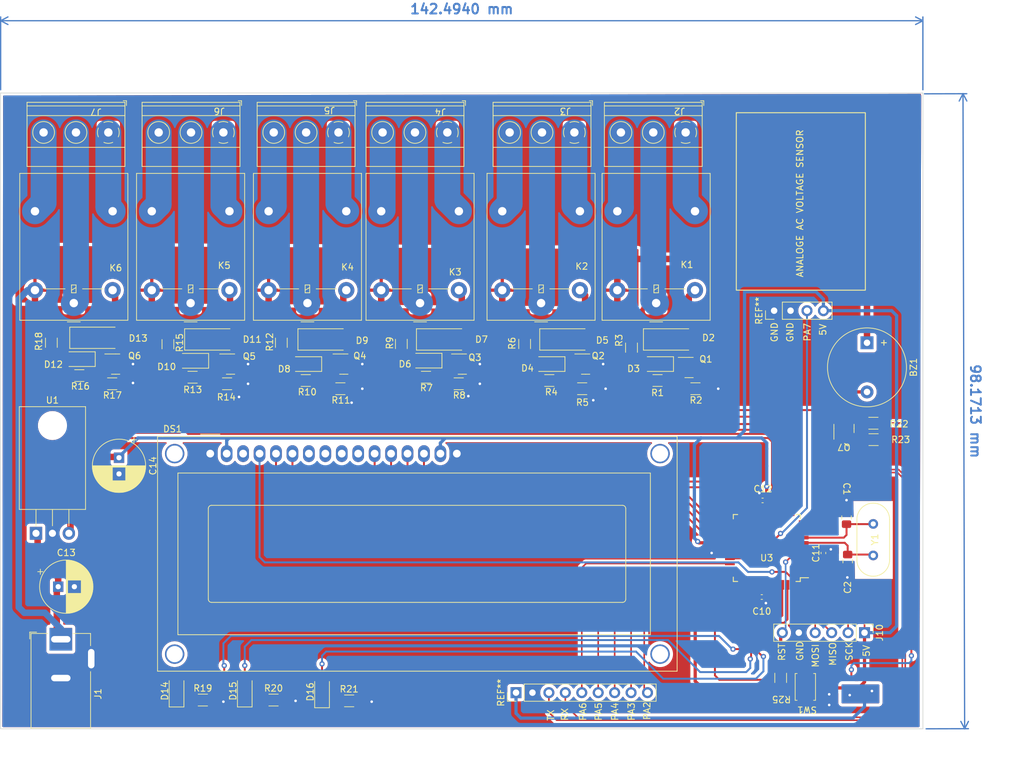
<source format=kicad_pcb>
(kicad_pcb (version 20221018) (generator pcbnew)
  (layers (0 "F.Cu" signal) (31 "B.Cu" signal) (34 "B.Paste" user) (35 "F.Paste" user) (36 "B.SilkS" user "B.Silkscreen") (37 "F.SilkS" user "F.Silkscreen") (38 "B.Mask" user) (39 "F.Mask" user) (44 "Edge.Cuts" user))
  (net 0 "")
  (net 1 "GND")
  (net 2 "/XTAL1")
  (net 3 "/XTAL2")
  (net 4 "+12V")
  (net 5 "+5V")
  (net 6 "Net-(D3-A)")
  (net 7 "Net-(D4-A)")
  (net 8 "Net-(D6-A)")
  (net 9 "Net-(D8-A)")
  (net 10 "Net-(D10-A)")
  (net 11 "Net-(D12-A)")
  (net 12 "Net-(J2-Pin_1)")
  (net 13 "Net-(J2-Pin_2)")
  (net 14 "Net-(J2-Pin_3)")
  (net 15 "Net-(J3-Pin_1)")
  (net 16 "Net-(J3-Pin_2)")
  (net 17 "Net-(J3-Pin_3)")
  (net 18 "Net-(J4-Pin_1)")
  (net 19 "Net-(J4-Pin_2)")
  (net 20 "Net-(J4-Pin_3)")
  (net 21 "Net-(J5-Pin_1)")
  (net 22 "Net-(J5-Pin_2)")
  (net 23 "Net-(J5-Pin_3)")
  (net 24 "Net-(J6-Pin_1)")
  (net 25 "Net-(J6-Pin_2)")
  (net 26 "Net-(J6-Pin_3)")
  (net 27 "Net-(J7-Pin_1)")
  (net 28 "Net-(J7-Pin_2)")
  (net 29 "Net-(J7-Pin_3)")
  (net 30 "/RST")
  (net 31 "/Enable")
  (net 32 "/D7")
  (net 33 "Net-(Q1-B)")
  (net 34 "Net-(Q2-B)")
  (net 35 "Net-(Q3-B)")
  (net 36 "Net-(Q4-B)")
  (net 37 "Net-(Q5-B)")
  (net 38 "Net-(Q6-B)")
  (net 39 "RELAY1")
  (net 40 "RELAY2")
  (net 41 "RELAY3")
  (net 42 "RELAY4")
  (net 43 "RELAY5")
  (net 44 "RELAY6")
  (net 46 "/LED1")
  (net 47 "/LED2")
  (net 48 "/RXD0")
  (net 49 "/TXD0")
  (net 50 "/relay_sheet/relay1")
  (net 51 "/relay_sheet/relay2")
  (net 52 "/relay_sheet/relay3")
  (net 53 "/relay_sheet/relay4")
  (net 54 "/relay_sheet/relay5")
  (net 55 "/relay_sheet/relay6")
  (net 56 "/R{slash}W")
  (net 61 "/LED3")
  (net 62 "/MOSI{slash}D5")
  (net 63 "/MISO{slash}D4")
  (net 64 "/SCK{slash}RS")
  (net 65 "Net-(D14-K)")
  (net 66 "Net-(D15-K)")
  (net 67 "Net-(D16-K)")
  (net 70 "unconnected-(U3-PA6-Pad31)")
  (net 71 "unconnected-(U3-PA5-Pad32)")
  (net 72 "unconnected-(U3-PA4-Pad33)")
  (net 73 "unconnected-(U3-PA3-Pad34)")
  (net 74 "unconnected-(U3-PA2-Pad35)")
  (net 77 "/RS")
  (net 78 "/D4")
  (net 79 "/D5")
  (net 80 "/D6")
  (net 81 "unconnected-(U3-PA7-Pad30)")
  (net 82 "Net-(BZ1-+)")
  (net 83 "Net-(Q7-B)")
  (net 84 "/PB0")
  (footprint "Display:WC1602A" (layer "F.Cu") (at 135.763 86.233)
    (fp_text reference "DS1")
    (fp_text value "WC1602A")
  )
  (footprint "Resistor_SMD:R_1206_3216Metric_Pad1.30x1.75mm_HandSolder" (layer "F.Cu") (at 134.62 124.333)
    (fp_text reference "R19")
    (fp_text value "1K")
  )
  (footprint "Button_Switch_SMD:SW_Push_SPST_NO_Alps_SKRK" (layer "F.Cu") (at 227.711 122.301 90)
    (fp_text reference "SW1")
    (fp_text value "SW_Push")
  )
  (footprint "Resistor_SMD:R_1206_3216Metric_Pad1.30x1.75mm_HandSolder" (layer "F.Cu") (at 138.366 75.438)
    (fp_text reference "R14")
    (fp_text value "10K")
  )
  (footprint "Connector_BarrelJack:BarrelJack_Horizontal" (layer "F.Cu") (at 112.675 114.935 90)
    (fp_text reference "J1")
    (fp_text value "Barrel_Jack_Switch")
  )
  (footprint "TerminalBlock_Phoenix:TerminalBlock_Phoenix_MKDS-1,5-3_1x03_P5.00mm_Horizontal" (layer "F.Cu") (at 155.575 36.576 180)
    (fp_text reference "J5")
    (fp_text value "relay_out")
  )
  (footprint "Connector_PinHeader_2.54mm:PinHeader_1x06_P2.54mm_Vertical" (layer "F.Cu") (at 236.855 113.919 -90)
    (fp_text reference "J10")
    (fp_text value "Programming header ")
  )
  (footprint "Resistor_SMD:R_1206_3216Metric_Pad1.30x1.75mm_HandSolder" (layer "F.Cu") (at 157.226 124.46)
    (fp_text reference "R21")
    (fp_text value "1K")
  )
  (footprint "Diode_SMD:D_SMA_Handsoldering" (layer "F.Cu") (at 153.82 68.58)
    (fp_text reference "D9")
    (fp_text value "1N4004")
  )
  (footprint "Diode_SMD:D_SMA_Handsoldering" (layer "F.Cu") (at 136.316 68.58)
    (fp_text reference "D11")
    (fp_text value "1N4004")
  )
  (footprint "Package_TO_SOT_THT:TO-220-3_Horizontal_TabDown" (layer "F.Cu") (at 108.839 98.552)
    (fp_text reference "U1")
    (fp_text value "L7805")
  )
  (footprint "Resistor_SMD:R_1206_3216Metric_Pad1.30x1.75mm_HandSolder" (layer "F.Cu") (at 146.748 69.088 -90)
    (fp_text reference "R12")
    (fp_text value "1k")
  )
  (footprint "Resistor_SMD:R_1206_3216Metric_Pad1.30x1.75mm_HandSolder" (layer "F.Cu") (at 155.87 76.2)
    (fp_text reference "R11")
    (fp_text value "10K")
  )
  (footprint "Resistor_SMD:R_1206_3216Metric_Pad1.30x1.75mm_HandSolder" (layer "F.Cu") (at 120.612 75.438)
    (fp_text reference "R17")
    (fp_text value "10K")
  )
  (footprint "Resistor_SMD:R_1206_3216Metric_Pad1.30x1.75mm_HandSolder" (layer "F.Cu") (at 145.542 124.333)
    (fp_text reference "R20")
    (fp_text value "1K")
  )
  (footprint "LED_SMD:LED_1206_3216Metric_Pad1.42x1.75mm_HandSolder" (layer "F.Cu") (at 115.532 71.628 180)
    (fp_text reference "D12")
    (fp_text value "LED")
  )
  (footprint "Resistor_SMD:R_1206_3216Metric_Pad1.30x1.75mm_HandSolder" (layer "F.Cu") (at 210.73 76.2)
    (fp_text reference "R2")
    (fp_text value "10K")
  )
  (footprint "Diode_SMD:D_SMA_Handsoldering" (layer "F.Cu") (at 172.13 68.58)
    (fp_text reference "D7")
    (fp_text value "1N4004")
  )
  (footprint "Capacitor_SMD:C_0402_1005Metric_Pad0.74x0.62mm_HandSolder" (layer "F.Cu") (at 230.505 101.6 90)
    (fp_text reference "C11")
    (fp_text value "100nf")
  )
  (footprint "Resistor_SMD:R_1206_3216Metric_Pad1.30x1.75mm_HandSolder" (layer "F.Cu") (at 129.222 69.316 -90)
    (fp_text reference "R15")
    (fp_text value "1k")
  )
  (footprint "Package_TO_SOT_SMD:SOT-23" (layer "F.Cu") (at 233.68 82.3445 90)
    (fp_text reference "Q7")
    (fp_text value "NPN")
  )
  (footprint "Relay_THT:Relay_SPDT_Omron-G5LE-1" (layer "F.Cu") (at 186.88 62.96 180)
    (fp_text reference "K2")
    (fp_text value "G5LE-1")
  )
  (footprint "Resistor_SMD:R_1206_3216Metric_Pad1.30x1.75mm_HandSolder" (layer "F.Cu") (at 200.85 69.85 -90)
    (fp_text reference "R3")
    (fp_text value "1k")
  )
  (footprint "Capacitor_THT:CP_Radial_D8.0mm_P2.50mm" (layer "F.Cu") (at 121.666 86.868 -90)
    (fp_text reference "C14")
    (fp_text value "0.1uf ")
  )
  (footprint "Capacitor_SMD:C_0402_1005Metric_Pad0.74x0.62mm_HandSolder" (layer "F.Cu") (at 220.98 108.4072)
    (fp_text reference "C10")
    (fp_text value "100nf")
  )
  (footprint "Relay_THT:Relay_SPDT_Omron-G5LE-1" (layer "F.Cu") (at 114.68 62.96 180)
    (fp_text reference "K6")
    (fp_text value "G5LE-1")
  )
  (footprint "Diode_SMD:D_SMA_Handsoldering" (layer "F.Cu") (at 207.2 68.58)
    (fp_text reference "D2")
    (fp_text value "1N4004")
  )
  (footprint "LED_SMD:LED_1206_3216Metric_Pad1.42x1.75mm_HandSolder" (layer "F.Cu") (at 133.058 71.882 180)
    (fp_text reference "D10")
    (fp_text value "LED")
  )
  (footprint "LED_SMD:LED_1206_3216Metric_Pad1.42x1.75mm_HandSolder" (layer "F.Cu") (at 153.035 123.063 90)
    (fp_text reference "D16")
    (fp_text value "LED")
  )
  (footprint "Resistor_SMD:R_1206_3216Metric_Pad1.30x1.75mm_HandSolder" (layer "F.Cu") (at 133.032 74.422)
    (fp_text reference "R13")
    (fp_text value "1K")
  )
  (footprint "Capacitor_SMD:C_0805_2012Metric_Pad1.18x1.45mm_HandSolder" (layer "F.Cu") (at 234.25 102.875 90)
    (fp_text reference "C2")
    (fp_text value "22pf+-1%")
  )
  (footprint "Relay_THT:Relay_SPDT_Omron-G5LE-1" (layer "F.Cu") (at 150.78 62.96 180)
    (fp_text reference "K4")
    (fp_text value "G5LE-1")
  )
  (footprint "TerminalBlock_Phoenix:TerminalBlock_Phoenix_MKDS-1,5-3_1x03_P5.00mm_Horizontal" (layer "F.Cu") (at 172.395 36.576 180)
    (fp_text reference "J4")
    (fp_text value "relay_out")
  )
  (footprint "Connector_PinHeader_2.54mm:PinHeader_1x09_P2.54mm_Vertical" (layer "F.Cu") (at 183.007 123.19 90)
    (fp_text reference "REF**")
    (fp_text value "PinHeader_1x09_P2.54mm_Vertical")
  )
  (footprint "Resistor_SMD:R_1206_3216Metric_Pad1.30x1.75mm_HandSolder" (layer "F.Cu") (at 174.154 75.438)
    (fp_text reference "R8")
    (fp_text value "10K")
  )
  (footprint "TerminalBlock_Phoenix:TerminalBlock_Phoenix_MKDS-1,5-3_1x03_P5.00mm_Horizontal" (layer "F.Cu") (at 120.015 36.576 180)
    (fp_text reference "J7")
    (fp_text value "relay_out")
  )
  (footprint "Resistor_SMD:R_1206_3216Metric_Pad1.30x1.75mm_HandSolder" (layer "F.Cu") (at 238.226 81.534 180)
    (fp_text reference "R22")
    (fp_text value "1K")
  )
  (footprint "Diode_SMD:D_SMA_Handsoldering" (layer "F.Cu") (at 191.18 68.58)
    (fp_text reference "D5")
    (fp_text value "1N4004")
  )
  (footprint "Relay_THT:Relay_SPDT_Omron-G5LE-1" (layer "F.Cu") (at 132.73 62.96 180)
    (fp_text reference "K5")
    (fp_text value "G5LE-1")
  )
  (footprint "Package_QFP:TQFP-44_10x10mm_P0.8mm" (layer "F.Cu") (at 221.755 100.823 180)
    (fp_text reference "U3")
    (fp_text value "ATmega32A-A")
  )
  (footprint "Resistor_SMD:R_1206_3216Metric_Pad1.30x1.75mm_HandSolder" (layer "F.Cu") (at 238.252 84.074 180)
    (fp_text reference "R23")
    (fp_text value "10K")
  )
  (footprint "LED_SMD:LED_1206_3216Metric_Pad1.42x1.75mm_HandSolder" (layer "F.Cu") (at 169.1 71.86 180)
    (fp_text reference "D6")
    (fp_text value "LED")
  )
  (footprint "TerminalBlock_Phoenix:TerminalBlock_Phoenix_MKDS-1,5-3_1x03_P5.00mm_Horizontal" (layer "F.Cu") (at 192.024 36.576 180)
    (fp_text reference "J3")
    (fp_text value "relay_out")
  )
  (footprint "Capacitor_SMD:C_0805_2012Metric_Pad1.18x1.45mm_HandSolder" (layer "F.Cu") (at 234.075 96.1 -90)
    (fp_text reference "C1")
    (fp_text value "22pf+-1%")
  )
  (footprint "Crystal:Crystal_HC49-U_Vertical" (layer "F.Cu") (at 238.2 97.1 -90)
    (fp_text reference "Y1")
    (fp_text value " 16MHZ ")
  )
  (footprint "Resistor_SMD:R_1206_3216Metric_Pad1.30x1.75mm_HandSolder" (layer "F.Cu") (at 223.901 120.904 -90)
    (fp_text reference "R25")
    (fp_text value "10k")
  )
  (footprint "LED_SMD:LED_1206_3216Metric_Pad1.42x1.75mm_HandSolder" (layer "F.Cu") (at 188.105 72.39 180)
    (fp_text reference "D4")
    (fp_text value "LED")
  )
  (footprint "TerminalBlock_Phoenix:TerminalBlock_Phoenix_MKDS-1,5-3_1x03_P5.00mm_Horizontal" (layer "F.Cu") (at 137.795 36.576 180)
    (fp_text reference "J6")
    (fp_text value "relay_out")
  )
  (footprint "Resistor_SMD:R_1206_3216Metric_Pad1.30x1.75mm_HandSolder" (layer "F.Cu") (at 188.15 74.93)
    (fp_text reference "R4")
    (fp_text value "1K")
  )
  (footprint "Relay_THT:Relay_SPDT_Omron-G5LE-1" (layer "F.Cu") (at 204.66 62.96 180)
    (fp_text reference "K1")
    (fp_text value "G5LE-1")
  )
  (footprint "Package_TO_SOT_SMD:SOT-23" (layer "F.Cu") (at 209.74 72.92)
    (fp_text reference "Q1")
    (fp_text value "NPN")
  )
  (footprint "Capacitor_THT:CP_Radial_D8.0mm_P2.50mm" (layer "F.Cu") (at 112.268 106.807)
    (fp_text reference "C13")
    (fp_text value "220uf")
  )
  (footprint "LED_SMD:LED_1206_3216Metric_Pad1.42x1.75mm_HandSolder" (layer "F.Cu") (at 130.556 122.936 90)
    (fp_text reference "D14")
    (fp_text value "LED")
  )
  (footprint "Resistor_SMD:R_1206_3216Metric_Pad1.30x1.75mm_HandSolder" (layer "F.Cu") (at 150.5215 74.93)
    (fp_text reference "R10")
    (fp_text value "1K")
  )
  (footprint "Resistor_SMD:R_1206_3216Metric_Pad1.30x1.75mm_HandSolder" (layer "F.Cu") (at 169.1 74.422)
    (fp_text reference "R7")
    (fp_text value "1K")
  )
  (footprint "Connector_PinHeader_2.54mm:PinHeader_1x04_P2.54mm_Vertical" (layer "F.Cu") (at 222.885 64.135 90)
    (fp_text reference "REF**")
    (fp_text value "PinHeader_1x04_P2.54mm_Vertical")
  )
  (footprint "Diode_SMD:D_SMA_Handsoldering" (layer "F.Cu") (at 118.562 68.326)
    (fp_text reference "D13")
    (fp_text value "1N4004")
  )
  (footprint "LED_SMD:LED_1206_3216Metric_Pad1.42x1.75mm_HandSolder" (layer "F.Cu") (at 141.097 122.936 90)
    (fp_text reference "D15")
    (fp_text value "LED")
  )
  (footprint "Package_TO_SOT_SMD:SOT-23" (layer "F.Cu") (at 138.896 72.39)
    (fp_text reference "Q5")
    (fp_text value "NPN")
  )
  (footprint "Capacitor_SMD:C_0402_1005Metric_Pad0.74x0.62mm_HandSolder" (layer "F.Cu") (at 221.107 93.472 180)
    (fp_text reference "C12")
    (fp_text value "100nf")
  )
  (footprint "Resistor_SMD:R_1206_3216Metric_Pad1.30x1.75mm_HandSolder" (layer "F.Cu") (at 184.34 69.28 -90)
    (fp_text reference "R6")
    (fp_text value "1k")
  )
  (footprint "Resistor_SMD:R_1206_3216Metric_Pad1.30x1.75mm_HandSolder" (layer "F.Cu") (at 115.532 74.168)
    (fp_text reference "R16")
    (fp_text value "1K")
  )
  (footprint "Buzzer_Beeper:Buzzer_12x9.5RM7.6" (layer "F.Cu") (at 237.236 69.098 -90)
    (fp_text reference "BZ1")
    (fp_text value "Buzzer")
  )
  (footprint "Package_TO_SOT_SMD:SOT-23" (layer "F.Cu") (at 121.142 72.39)
    (fp_text reference "Q6")
    (fp_text value "NPN")
  )
  (footprint "Package_TO_SOT_SMD:SOT-23" (layer "F.Cu") (at 193.76 72.39)
    (fp_text reference "Q2")
    (fp_text value "NPN")
  )
  (footprint "LED_SMD:LED_1206_3216Metric_Pad1.42x1.75mm_HandSolder" (layer "F.Cu") (at 204.8775 72.39 180)
    (fp_text reference "D3")
    (fp_text value "LED")
  )
  (footprint "Package_TO_SOT_SMD:SOT-23" (layer "F.Cu") (at 174.71 72.39)
    (fp_text reference "Q3")
    (fp_text value "NPN")
  )
  (footprint "LED_SMD:LED_1206_3216Metric_Pad1.42x1.75mm_HandSolder" (layer "F.Cu") (at 150.5215 72.39 180)
    (fp_text reference "D8")
    (fp_text value "LED")
  )
  (footprint "Resistor_SMD:R_1206_3216Metric_Pad1.30x1.75mm_HandSolder" (layer "F.Cu") (at 204.8775 74.93)
    (fp_text reference "R1")
    (fp_text value "1K")
  )
  (footprint "Resistor_SMD:R_1206_3216Metric_Pad1.30x1.75mm_HandSolder" (layer "F.Cu") (at 111.214 69.088 -90)
    (fp_text reference "R18")
    (fp_text value "1k")
  )
  (footprint "Resistor_SMD:R_1206_3216Metric_Pad1.30x1.75mm_HandSolder" (layer "F.Cu") (at 193.23 76.2)
    (fp_text reference "R5")
    (fp_text value "10K")
  )
  (footprint "TerminalBlock_Phoenix:TerminalBlock_Phoenix_MKDS-1,5-3_1x03_P5.00mm_Horizontal" (layer "F.Cu") (at 209.216 36.576 180)
    (fp_text reference "J2")
    (fp_text value "relay_out")
  )
  (footprint "Relay_THT:Relay_SPDT_Omron-G5LE-1" (layer "F.Cu") (at 168.18 62.96 180)
    (fp_text reference "K3")
    (fp_text value "G5LE-1")
  )
  (footprint "Package_TO_SOT_SMD:SOT-23" (layer "F.Cu") (at 156.4 72.39)
    (fp_text reference "Q4")
    (fp_text value "NPN")
  )
  (footprint "Resistor_SMD:R_1206_3216Metric_Pad1.30x1.75mm_HandSolder" (layer "F.Cu") (at 165.29 69.28 -90)
    (fp_text reference "R9")
    (fp_text value "1k")
  )
  (gr_rect (start 217.043 33.528) (end 236.982 60.96) (stroke (width 0.15)) (fill none) (layer "F.SilkS"))
  (gr_line (start 245.872 128.778) (end 245.364 128.778) (stroke (width 0.1)) (layer "Edge.Cuts"))
  (gr_line (start 103.378 30.48) (end 245.872 30.48) (stroke (width 0.1)) (layer "Edge.Cuts"))
  (gr_line (start 245.364 128.778) (end 103.378 128.778) (stroke (width 0.1)) (layer "Edge.Cuts"))
  (gr_line (start 103.378 128.778) (end 103.378 30.48) (stroke (width 0.1)) (layer "Edge.Cuts"))
  (gr_line (start 245.872 30.48) (end 245.872 128.778) (stroke (width 0.1)) (layer "Edge.Cuts"))
  (gr_text "PA6" (at 193.929 127.635 90) (layer "F.SilkS") (effects (font (size 1 1)) (justify left bottom)))
  (gr_text "PA5" (at 196.342 127.635 90) (layer "F.SilkS") (effects (font (size 1 1)) (justify left bottom)))
  (gr_text "PA4" (at 198.882 127.635 90) (layer "F.SilkS") (effects (font (size 1 1)) (justify left bottom)))
  (gr_text "RX" (at 191.135 127.635 90) (layer "F.SilkS") (effects (font (size 1 1)) (justify left bottom)))
  (gr_text "GND" (at 223.52 69.088 90) (layer "F.SilkS") (effects (font (size 1 1)) (justify left bottom)))
  (gr_text "SCK" (at 235.077 118.364 90) (layer "F.SilkS") (effects (font (size 1 1)) (justify left bottom)))
  (gr_text "ANALOGE AC VOLTAGE SENSOR " (at 227.457 59.055 90) (layer "F.SilkS") (effects (font (size 1 1)) (justify left bottom)))
  (gr_text "PA3" (at 201.422 127.635 90) (layer "F.SilkS") (effects (font (size 1 1)) (justify left bottom)))
  (gr_text "RST" (at 224.663 118.364 90) (layer "F.SilkS") (effects (font (size 1 1)) (justify left bottom)))
  (gr_text "5V" (at 231.013 68.072 90) (layer "F.SilkS") (effects (font (size 1 1)) (justify left bottom)))
  (gr_text "TX" (at 188.976 127.635 90) (layer "F.SilkS") (effects (font (size 1 1)) (justify left bottom)))
  (gr_text "GND" (at 227.457 118.364 90) (layer "F.SilkS") (effects (font (size 1 1)) (justify left bottom)))
  (gr_text "GND" (at 225.933 69.088 90) (layer "F.SilkS") (effects (font (size 1 1)) (justify left bottom)))
  (gr_text "5V" (at 237.744 117.729 90) (layer "F.SilkS") (effects (font (size 1 1)) (justify left bottom)))
  (gr_text "MOSI" (at 229.87 119.38 90) (layer "F.SilkS") (effects (font (size 1 1)) (justify left bottom)))
  (gr_text "MISO" (at 232.537 119.126 90) (layer "F.SilkS") (effects (font (size 1 1)) (justify left bottom)))
  (gr_text "PA2" (at 203.835 127.508 90) (layer "F.SilkS") (effects (font (size 1 1)) (justify left bottom)))
  (gr_text "PA7" (at 228.6 68.961 90) (layer "F.SilkS") (effects (font (size 1 1)) (justify left bottom)))
  (dimension (type aligned) (layer "B.Cu") (pts (xy 245.618 30.607) (xy 245.872 128.778)) (height -6.451374) (gr_text "98.1713 mm" (at 253.996346 79.671151 270.1482423) (layer "B.Cu") (effects (font (size 1.5 1.5) (thickness 0.3)))) (format (prefix "") (suffix "") (units 3) (units_format 1) (precision 4)) (style (thickness 0.2) (arrow_length 1.27) (text_position_mode 0) (extension_height 0.58642) (extension_offset 0.5) keep_text_aligned))
  (dimension (type aligned) (layer "B.Cu") (pts (xy 245.872 30.48) (xy 103.378 30.48)) (height 11.176) (gr_text "142.4940 mm" (at 174.625 17.504) (layer "B.Cu") (effects (font (size 1.5 1.5) (thickness 0.3)))) (format (prefix "") (suffix "") (units 3) (units_format 1) (precision 4)) (style (thickness 0.2) (arrow_length 1.27) (text_position_mode 0) (extension_height 0.58642) (extension_offset 0.5) keep_text_aligned))
  (segment (start 157.42 72.4725) (end 157.3375 72.39) (width 1) (layer "F.Cu") (net 1))
  (segment (start 122.162 75.438) (end 122.162 72.4725) (width 1) (layer "F.Cu") (net 1))
  (segment (start 213.233 101.6) (end 214.01 100.823) (width 0.25) (layer "F.Cu") (net 1))
  (segment (start 157.607 76.387) (end 157.42 76.2) (width 1) (layer "F.Cu") (net 1))
  (segment (start 221.755 106.523) (end 221.755 108.1997) (width 0.25) (layer "F.Cu") (net 1))
  (segment (start 220.599 93.4125) (end 220.5395 93.472) (width 0.5) (layer "F.Cu") (net 1))
  (segment (start 140.208 77.47) (end 140.208 75.73) (width 1) (layer "F.Cu") (net 1))
  (segment (start 234.2 105.479) (end 234.2 104.125) (width 1) (layer "F.Cu") (net 1))
  (segment (start 122.0795 72.39) (end 123.825 72.39) (width 1) (layer "F.Cu") (net 1))
  (segment (start 123.698 75.438) (end 123.825 75.311) (width 1) (layer "F.Cu") (net 1))
  (segment (start 175.6475 72.39) (end 175.6475 75.3815) (width 1) (layer "F.Cu") (net 1))
  (segment (start 221.5475 109.2795) (end 221.5475 108.4072) (width 0.5) (layer "F.Cu") (net 1))
  (segment (start 122.162 72.4725) (end 122.0795 72.39) (width 1) (layer "F.Cu") (net 1))
  (segment (start 194.78 76.2) (end 194.78 77.813) (width 1) (layer "F.Cu") (net 1))
  (segment (start 221.755 108.1997) (end 221.5475 108.4072) (width 0.25) (layer "F.Cu") (net 1))
  (segment (start 234.05 94.825) (end 234.05 93.4495) (width 1) (layer "F.Cu") (net 1))
  (segment (start 139.8335 72.39) (end 141.605 72.39) (width 1) (layer "F.Cu") (net 1))
  (segment (start 175.641 77.343) (end 175.641 75.501) (width 1) (layer "F.Cu") (net 1))
  (segment (start 220.853 93.472) (end 220.5395 93.472) (width 0.25) (layer "F.Cu") (net 1))
  (segment (start 194.6975 72.39) (end 196.469 72.39) (width 1) (layer "F.Cu") (net 1))
  (segment (start 122.162 75.438) (end 123.698 75.438) (width 1) (layer "F.Cu") (net 1))
  (segment (start 227.455 100.823) (end 230.2955 100.823) (width 0.25) (layer "F.Cu") (net 1))
  (segment (start 220.955 93.574) (end 220.853 93.472) (width 0.25) (layer "F.Cu") (net 1))
  (segment (start 141.605 75.438) (end 139.916 75.438) (width 1) (layer "F.Cu") (net 1))
  (segment (start 175.6475 75.3815) (end 175.704 75.438) (width 1) (layer "F.Cu") (net 1))
  (segment (start 157.607 78.359) (end 157.607 76.387) (width 1) (layer "F.Cu") (net 1))
  (segment (start 140.208 75.73) (end 139.916 75.438) (width 1) (layer "F.Cu") (net 1))
  (segment (start 230.2955 100.823) (end 230.505 101.0325) (width 0.25) (layer "F.Cu") (net 1))
  (segment (start 220.599 92.329) (end 220.599 93.4125) (width 0.5) (layer "F.Cu") (net 1))
  (segment (start 175.704 75.438) (end 177.419 75.438) (width 1) (layer "F.Cu") (net 1))
  (segment (start 175.6475 72.39) (end 177.419 72.39) (width 1) (layer "F.Cu") (net 1))
  (segment (start 175.641 75.501) (end 175.704 75.438) (width 1) (layer "F.Cu") (net 1))
  (segment (start 230.7 124.401) (end 231.394 125.095) (width 1) (layer "F.Cu") (net 1))
  (segment (start 227.711 124.401) (end 230.7 124.401) (width 1) (layer "F.Cu") (net 1))
  (segment (start 147.193 124.46) (end 148.945 124.46) (width 1) (layer "F.Cu") (net 1))
  (segment (start 157.3375 72.39) (end 159.258 72.39) (width 1) (layer "F.Cu") (net 1))
  (segment (start 220.955 95.123) (end 220.955 93.574) (width 0.25) (layer "F.Cu") (net 1))
  (segment (start 211.858 72.92) (end 210.6775 72.92) (width 1) (layer "F.Cu") (net 1))
  (segment (start 194.78 72.4725) (end 194.6975 72.39) (width 1) (layer "F.Cu") (net 1))
  (segment (start 231.394 123.707) (end 230.7 124.401) (width 1) (layer "F.Cu") (net 1))
  (segment (start 221.615 109.347) (end 221.5475 109.2795) (width 0.5) (layer "F.Cu") (net 1))
  (segment (start 139.916 72.4725) (end 139.8335 72.39) (width 1) (layer "F.Cu") (net 1))
  (segment (start 194.78 77.813) (end 194.945 77.978) (width 1) (layer "F.Cu") (net 1))
  (segment (start 234.05 93.4495) (end 234.0715 93.428) (width 1) (layer "F.Cu") (net 1))
  (segment (start 194.78 76.2) (end 196.85 76.2) (width 1) (layer "F.Cu") (net 1))
  (segment (start 231.394 123.444) (end 231.394 123.707) (width 1) (layer "F.Cu") (net 1))
  (segment (start 212.28 76.2) (end 214.249 76.2) (width 1) (layer "F.Cu") (net 1))
  (segment (start 136.17 124.333) (end 136.424 124.587) (width 1) (layer "F.Cu") (net 1))
  (segment (start 157.42 76.2) (end 159.258 76.2) (width 1) (layer "F.Cu") (net 1))
  (segment (start 194.78 76.2) (end 194.78 72.4725) (width 1) (layer "F.Cu") (net 1))
  (segment (start 139.916 75.438) (end 139.916 72.4725) (width 1) (layer "F.Cu") (net 1))
  (segment (start 160.7055 124.587) (end 158.8265 124.587) (width 1) (layer "F.Cu") (net 1))
  (segment (start 157.42 76.2) (end 157.42 72.4725) (width 1) (layer "F.Cu") (net 1))
  (segment (start 214.01 100.823) (end 216.055 100.823) (width 0.25) (layer "F.Cu") (net 1))
  (segment (start 136.424 124.587) (end 137.795 124.587) (width 1) (layer "F.Cu") (net 1))
  (segment (start 212.28 73.342) (end 211.858 72.92) (width 1) (layer "F.Cu") (net 1))
  (segment (start 231.648 101.0325) (end 230.505 101.0325) (width 1) (layer "F.Cu") (net 1))
  (segment (start 212.28 76.2) (end 212.28 73.342) (width 1) (layer "F.Cu") (net 1))
  (via (at 231.394 123.444) (size 0.8) (drill 0.4) (layers "F.Cu" "B.Cu") (net 1))
  (via (at 160.7055 124.587) (size 0.8) (drill 0.4) (layers "F.Cu" "B.Cu") (net 1))
  (via (at 194.945 77.978) (size 0.8) (drill 0.4) (layers "F.Cu" "B.Cu") (net 1))
  (via (at 159.258 72.39) (size 0.8) (drill 0.4) (layers "F.Cu" "B.Cu") (net 1))
  (via (at 196.469 72.39) (size 0.8) (drill 0.4) (layers "F.Cu" "B.Cu") (net 1))
  (via (at 177.419 75.438) (size 0.8) (drill 0.4) (layers "F.Cu" "B.Cu") (net 1))
  (via (at 214.249 76.2) (size 0.8) (drill 0.4) (layers "F.Cu" "B.Cu") (net 1))
  (via (at 148.945 124.46) (size 0.8) (drill 0.4) (layers "F.Cu" "B.Cu") (net 1))
  (via (at 157.607 78.359) (size 0.8) (drill 0.4) (layers "F.Cu" "B.Cu") (net 1))
  (via (at 159.258 76.2) (size 0.8) (drill 0.4) (layers "F.Cu" "B.Cu") (net 1))
  (via (at 175.641 77.343) (size 0.8) (drill 0.4) (layers "F.Cu" "B.Cu") (net 1))
  (via (at 234.0715 93.428) (size 0.8) (drill 0.4) (layers "F.Cu" "B.Cu") (net 1))
  (via (at 177.419 72.39) (size 0.8) (drill 0.4) (layers "F.Cu" "B.Cu") (net 1))
  (via (at 141.605 75.438) (size 0.8) (drill 0.4) (layers "F.Cu" "B.Cu") (net 1))
  (via (at 231.394 125.095) (size 0.8) (drill 0.4) (layers "F.Cu" "B.Cu") (net 1))
  (via (at 140.208 77.47) (size 0.8) (drill 0.4) (layers "F.Cu" "B.Cu") (net 1))
  (via (at 141.605 72.39) (size 0.8) (drill 0.4) (layers "F.Cu" "B.Cu") (net 1))
  (via (at 221.615 109.347) (size 0.8) (drill 0.4) (layers "F.Cu" "B.Cu") (net 1))
  (via (at 123.825 72.39) (size 0.8) (drill 0.4) (layers "F.Cu" "B.Cu") (net 1))
  (via (at 123.825 75.311) (size 0.8) (drill 0.4) (layers "F.Cu" "B.Cu") (net 1))
  (via (at 196.85 76.2) (size 0.8) (drill 0.4) (layers "F.Cu" "B.Cu") (net 1))
  (via (at 231.648 101.0325) (size 0.8) (drill 0.4) (layers "F.Cu" "B.Cu") (net 1))
  (via (at 137.795 124.587) (size 0.8) (drill 0.4) (layers "F.Cu" "B.Cu") (net 1))
  (via (at 234.2 105.375) (size 0.8) (drill 0.4) (layers "F.Cu" "B.Cu") (net 1))
  (via (at 213.233 101.6) (size 0.8) (drill 0.4) (layers "F.Cu" "B.Cu") (net 1))
  (via (at 220.599 92.329) (size 0.8) (drill 0.4) (layers "F.Cu" "B.Cu") (net 1))
  (segment (start 234.075 98.8) (end 234.075 97.1375) (width 0.3) (layer "F.Cu") (net 2))
  (segment (start 234.075 97.1375) (end 238.1625 97.1375) (width 0.3) (layer "F.Cu") (net 2))
  (segment (start 227.455 99.223) (end 233.652 99.223) (width 0.3) (layer "F.Cu") (net 2))
  (segment (start 233.652 99.223) (end 234.075 98.8) (width 0.3) (layer "F.Cu") (net 2))
  (segment (start 238.1625 97.1375) (end 238.2 97.1) (width 0.3) (layer "F.Cu") (net 2))
  (segment (start 234.25 100.475) (end 234.25 101.8375) (width 0.3) (layer "F.Cu") (net 3))
  (segment (start 233.798 100.023) (end 234.25 100.475) (width 0.3) (layer "F.Cu") (net 3))
  (segment (start 234.25 101.8375) (end 238.0575 101.8375) (width 0.3) (layer "F.Cu") (net 3))
  (segment (start 238.0575 101.8375) (end 238.2 101.98) (width 0.3) (layer "F.Cu") (net 3))
  (segment (start 227.455 100.023) (end 233.798 100.023) (width 0.3) (layer "F.Cu") (net 3))
  (segment (start 112.268 105.41) (end 112.268 106.807) (width 1) (layer "F.Cu") (net 4))
  (segment (start 112.002 68.326) (end 111.214 67.538) (width 1) (layer "F.Cu") (net 4))
  (segment (start 109.575 67.538) (end 108.68 66.643) (width 1) (layer "F.Cu") (net 4))
  (segment (start 126.73 66.786) (end 127.71 67.766) (width 1) (layer "F.Cu") (net 4))
  (segment (start 146.748 67.538) (end 146.151 67.538) (width 1) (layer "F.Cu") (net 4))
  (segment (start 185.19 68.58) (end 184.34 67.73) (width 1) (layer "F.Cu") (net 4))
  (segment (start 109.093 98.806) (end 109.093 102.235) (width 1) (layer "F.Cu") (net 4))
  (segment (start 237.236 57.658) (end 237.236 69.098) (width 1) (layer "F.Cu") (net 4))
  (segment (start 169.63 68.58) (end 166.14 68.58) (width 1) (layer "F.Cu") (net 4))
  (segment (start 116.062 68.326) (end 112.002 68.326) (width 1) (layer "F.Cu") (net 4))
  (segment (start 199.898 56.134) (end 235.712 56.134) (width 1) (layer "F.Cu") (net 4))
  (segment (start 112.054 114.314) (end 112.054 107.021) (width 1) (layer "F.Cu") (net 4))
  (segment (start 147.79 68.58) (end 146.748 67.538) (width 1) (layer "F.Cu") (net 4))
  (segment (start 108.68 66.643) (end 108.68 60.96) (width 1) (layer "F.Cu") (net 4))
  (segment (start 204.7 68.58) (end 201.13 68.58) (width 1) (layer "F.Cu") (net 4))
  (segment (start 146.151 67.538) (end 144.78 66.167) (width 1) (layer "F.Cu") (net 4))
  (segment (start 184.34 67.73) (end 182.284 67.73) (width 1) (layer "F.Cu") (net 4))
  (segment (start 109.093 102.235) (end 112.268 105.41) (width 1) (layer "F.Cu") (net 4))
  (segment (start 166.14 68.58) (end 165.29 67.73) (width 1) (layer "F.Cu") (net 4))
  (segment (start 133.816 68.58) (end 130.036 68.58) (width 1) (layer "F.Cu") (net 4))
  (segment (start 162.18 66.168) (end 163.742 67.73) (width 1) (layer "F.Cu") (net 4))
  (segment (start 112.675 114.935) (end 112.054 114.314) (width 1) (layer "F.Cu") (net 4))
  (segment (start 198.66 57.372) (end 199.898 56.134) (width 1) (layer "F.Cu") (net 4))
  (segment (start 112.054 107.021) (end 112.268 106.807) (width 1) (layer "F.Cu") (net 4))
  (segment (start 198.66 60.96) (end 198.66 57.372) (width 1) (layer "F.Cu") (net 4))
  (segment (start 180.88 66.326) (end 180.88 60.96) (width 1) (layer "F.Cu") (net 4))
  (segment (start 198.628 60.992) (end 198.66 60.96) (width 1) (layer "F.Cu") (net 4))
  (segment (start 144.78 66.167) (end 144.78 60.96) (width 1) (layer "F.Cu") (net 4))
  (segment (start 198.66 67.215) (end 198.66 60.96) (width 1) (layer "F.Cu") (net 4))
  (segment (start 111.214 67.538) (end 109.575 67.538) (width 1) (layer "F.Cu") (net 4))
  (segment (start 235.712 56.134) (end 237.236 57.658) (width 1) (layer "F.Cu") (net 4))
  (segment (start 182.284 67.73) (end 180.88 66.326) (width 1) (layer "F.Cu") (net 4))
  (segment (start 151.32 68.58) (end 147.79 68.58) (width 1) (layer "F.Cu") (net 4))
  (segment (start 162.18 60.96) (end 162.18 66.168) (width 1) (layer "F.Cu") (net 4))
  (segment (start 200.85 68.3) (end 199.745 68.3) (width 1) (layer "F.Cu") (net 4))
  (segment (start 188.68 68.58) (end 185.19 68.58) (width 1) (layer "F.Cu") (net 4))
  (segment (start 199.745 68.3) (end 198.66 67.215) (width 1) (layer "F.Cu") (net 4))
  (segment (start 127.71 67.766) (end 129.222 67.766) (width 1) (layer "F.Cu") (net 4))
  (segment (start 126.73 60.96) (end 126.73 66.786) (width 1) (layer "F.Cu") (net 4))
  (segment (start 201.13 68.58) (end 200.85 68.3) (width 1) (layer "F.Cu") (net 4))
  (segment (start 163.742 67.73) (end 165.29 67.73) (width 1) (layer "F.Cu") (net 4))
  (segment (start 108.839 98.552) (end 109.093 98.806) (width 1) (layer "F.Cu") (net 4))
  (segment (start 130.036 68.58) (end 129.222 67.766) (width 1) (layer "F.Cu") (net 4))
  (segment (start 106.172 109.982) (end 106.172 62.357) (width 1) (layer "B.Cu") (net 4))
  (segment (start 110.205 110.84) (end 107.03 110.84) (width 1) (layer "B.Cu") (net 4))
  (segment (start 107.03 110.84) (end 106.172 109.982) (width 1) (layer "B.Cu") (net 4))
  (segment (start 106.172 62.357) (end 107.569 60.96) (width 1) (layer "B.Cu") (net 4))
  (segment (start 112.675 113.31) (end 110.205 110.84) (width 1) (layer "B.Cu") (net 4))
  (segment (start 112.675 114.935) (end 112.675 113.31) (width 1) (layer "B.Cu") (net 4))
  (segment (start 107.569 60.96) (end 108.68 60.96) (width 1) (layer "B.Cu") (net 4))
  (segment (start 216.055 100.023) (end 211.275 100.023) (width 0.5) (layer "F.Cu") (net 5))
  (segment (start 221.742 93.4045) (end 221.6745 93.472) (width 0.5) (layer "F.Cu") (net 5))
  (segment (start 230.505 102.1675) (end 232.2155 102.1675) (width 0.25) (layer "F.Cu") (net 5))
  (segment (start 210.693 110.617) (end 210.693 121.412) (width 0.5) (layer "F.Cu") (net 5))
  (segment (start 211.836 109.474) (end 210.693 110.617) (width 0.5) (layer "F.Cu") (net 5))
  (segment (start 232.2155 102.1675) (end 232.537 102.489) (width 0.25) (layer "F.Cu") (net 5))
  (segment (start 113.919 98.552) (end 114.173 98.298) (width 1) (layer "F.Cu") (net 5))
  (segment (start 230.759 64.389) (end 230.505 64.135) (width 0.5) (layer "F.Cu") (net 5))
  (segment (start 220.4125 108.4072) (end 220.4125 109.0255) (width 0.5) (layer "F.Cu") (net 5))
  (segment (start 121.539 86.741) (end 121.666 86.868) (width 1) (layer "F.Cu") (net 5))
  (segment (start 235.94 122.454) (end 233.833 122.454) (width 0.5) (layer "F.Cu") (net 5))
  (segment (start 210.693 121.412) (end 211.735 122.454) (width 0.5) (layer "F.Cu") (net 5))
  (segment (start 116.205 86.741) (end 121.539 86.741) (width 1) (layer "F.Cu") (net 5))
  (segment (start 236.728 121.666) (end 235.94 122.454) (width 0.5) (layer "F.Cu") (net 5))
  (segment (start 221.755 95.123) (end 221.755 93.5525) (width 0.25) (layer "F.Cu") (net 5))
  (segment (start 219.964 109.474) (end 211.836 109.474) (width 0.5) (layer "F.Cu") (net 5))
  (segment (start 227.455 101.623) (end 229.258 101.623) (width 0.25) (layer "F.Cu") (net 5))
  (segment (start 211.275 100.023) (end 211.074 99.822) (width 0.5) (layer "F.Cu") (net 5))
  (segment (start 236.855 111.379) (end 236.855 113.919) (width 0.25) (layer "F.Cu") (net 5))
  (segment (start 236.855 121.539) (end 236.728 121.666) (width 0.5) (layer "F.Cu") (net 5))
  (segment (start 233.833 122.454) (end 233.807 122.428) (width 0.5) (layer "F.Cu") (net 5))
  (segment (start 220.955 106.523) (end 220.955 107.594) (width 0.25) (layer "F.Cu") (net 5))
  (segment (start 233.781 122.454) (end 223.901 122.454) (width 0.5) (layer "F.Cu") (net 5))
  (segment (start 232.537 102.489) (end 232.537 110.49) (width 0.25) (layer "F.Cu") (net 5))
  (segment (start 232.537 110.49) (end 233.045 110.998) (width 0.25) (layer "F.Cu") (net 5))
  (segment (start 236.474 110.998) (end 236.855 111.379) (width 0.25) (layer "F.Cu") (net 5))
  (segment (start 229.8025 102.1675) (end 230.505 102.1675) (width 0.25) (layer "F.Cu") (net 5))
  (segment (start 220.4125 109.0255) (end 219.964 109.474) (width 0.5) (layer "F.Cu") (net 5))
  (segment (start 233.807 122.428) (end 233.781 122.454) (width 0.5) (layer "F.Cu") (net 5))
  (segment (start 221.755 93.5525) (end 221.6745 93.472) (width 0.25) (layer "F.Cu") (net 5))
  (segment (start 229.258 101.623) (end 229.8025 102.1675) (width 0.25) (layer "F.Cu") (net 5))
  (segment (start 211.735 122.454) (end 223.901 122.454) (width 0.5) (layer "F.Cu") (net 5))
  (segment (start 114.173 98.298) (end 114.173 88.773) (width 1) (layer "F.Cu") (net 5))
  (segment (start 236.855 113.919) (end 236.855 121.539) (width 0.5) (layer "F.Cu") (net 5))
  (segment (start 220.4125 108.1365) (end 220.4125 108.4072) (width 0.25) (layer "F.Cu") (net 5))
  (segment (start 114.173 88.773) (end 116.205 86.741) (width 1) (layer "F.Cu") (net 5))
  (segment (start 220.955 107.594) (end 220.4125 108.1365) (width 0.25) (layer "F.Cu") (net 5))
  (segment (start 233.045 110.998) (end 236.474 110.998) (width 0.25) (layer "F.Cu") (net 5))
  (segment (start 221.742 91.313) (end 221.742 93.4045) (width 0.5) (layer "F.Cu") (net 5))
  (via (at 211.074 99.822) (size 0.8) (drill 0.4) (layers "F.Cu" "B.Cu") (net 5))
  (via (at 237.998 122.936) (size 0.8) (drill 0.4) (layers "F.Cu" "B.Cu") (net 5))
  (via (at 221.742 91.313) (size 0.8) (drill 0.4) (layers "F.Cu" "B.Cu") (net 5))
  (via (at 234.569 123.571) (size 0.8) (drill 0.4) (layers "F.Cu" "B.Cu") (net 5))
  (segment (start 121.666 86.741) (end 121.666 86.868) (width 0.5) (layer "B.Cu") (net 5))
  (segment (start 138.303 84.201) (end 138.684 83.82) (width 0.5) (layer "B.Cu") (net 5))
  (segment (start 210.566 84.836) (end 211.582 83.82) (width 0.5) (layer "B.Cu") (net 5))
  (segment (start 236.855 125.349) (end 235.077 127.127) (width 0.5) (layer "B.Cu") (net 5))
  (segment (start 235.077 127.127) (end 183.752 127.127) (width 0.5) (layer "B.Cu") (net 5))
  (segment (start 236.855 123.825) (end 236.855 125.349) (width 0.5) (layer "B.Cu") (net 5))
  (segment (start 172.085 83.82) (end 171.323 84.582) (width 0.5) (layer "B.Cu") (net 5))
  (segment (start 240.792 113.919) (end 236.855 113.919) (width 0.5) (layer "B.Cu") (net 5))
  (segment (start 221.742 88.138) (end 221.742 91.313) (width 0.5) (layer "B.Cu") (net 5))
  (segment (start 241.046 64.135) (end 241.808 64.897) (width 0.5) (layer "B.Cu") (net 5))
  (segment (start 221.742 84.582) (end 221.742 85.471) (width 0.5) (layer "B.Cu") (net 5))
  (segment (start 138.684 83.82) (end 172.085 83.82) (width 0.5) (layer "B.Cu") (net 5))
  (segment (start 183.752 127.127) (end 183.007 126.382) (width 0.5) (layer "B.Cu") (net 5))
  (segment (start 211.582 83.82) (end 217.17 83.82) (width 0.5) (layer "B.Cu") (net 5))
  (segment (start 211.074 99.822) (end 210.566 99.314) (width 0.5) (layer "B.Cu") (net 5))
  (segment (start 221.742 85.471) (end 221.742 88.138) (width 0.5) (layer "B.Cu") (net 5))
  (segment (start 138.684 83.82) (end 124.587 83.82) (width 0.5) (layer "B.Cu") (net 5))
  (segment (start 210.566 99.314) (end 210.566 84.836) (width 0.5) (layer "B.Cu") (net 5))
  (segment (start 221.488 84.328) (end 221.742 84.582) (width 0.5) (layer "B.Cu") (net 5))
  (segment (start 171.323 84.582) (end 171.323 86.233) (width 0.5) (layer "B.Cu") (net 5))
  (segment (start 218.313 82.677) (end 218.313 61.214) (width 0.5) (layer "B.Cu") (net 5))
  (segment (start 230.505 64.135) (end 241.046 64.135) (width 0.5) (layer "B.Cu") (net 5))
  (segment (start 217.17 83.82) (end 218.313 82.677) (width 0.5) (layer "B.Cu") (net 5))
  (segment (start 183.007 126.382) (end 183.007 123.19) (width 0.5) (layer "B.Cu") (net 5))
  (segment (start 138.303 86.233) (end 138.303 84.201) (width 0.5) (layer "B.Cu") (net 5))
  (segment (start 124.587 83.82) (end 121.666 86.741) (width 0.5) (layer "B.Cu") (net 5))
  (segment (start 241.808 64.897) (end 241.808 112.903) (width 0.5) (layer "B.Cu") (net 5))
  (segment (start 230.505 62.357) (end 230.505 64.135) (width 0.5) (layer "B.Cu") (net 5))
  (segment (start 229.362 61.214) (end 230.505 62.357) (width 0.5) (layer "B.Cu") (net 5))
  (segment (start 220.98 83.82) (end 221.488 84.328) (width 0.5) (layer "B.Cu") (net 5))
  (segment (start 218.313 61.214) (end 229.362 61.214) (width 0.5) (layer "B.Cu") (net 5))
  (segment (start 172.085 83.82) (end 211.582 83.82) (width 0.5) (layer "B.Cu") (net 5))
  (segment (start 217.17 83.82) (end 220.98 83.82) (width 0.5) (layer "B.Cu") (net 5))
  (segment (start 241.808 112.903) (end 240.792 113.919) (width 0.5) (layer "B.Cu") (net 5))
  (segment (start 203.39 72.39) (end 201.84 72.39) (width 1) (layer "F.Cu") (net 6))
  (segment (start 201.84 72.39) (end 200.85 71.4) (width 1) (layer "F.Cu") (net 6))
  (segment (start 184.34 71.945) (end 184.34 70.83) (width 1) (layer "F.Cu") (net 7))
  (segment (start 186.6175 72.39) (end 184.785 72.39) (width 1) (layer "F.Cu") (net 7))
  (segment (start 184.785 72.39) (end 184.34 71.945) (width 1) (layer "F.Cu") (net 7))
  (segment (start 165.29 71.437) (end 165.29 70.83) (width 1) (layer "F.Cu") (net 8))
  (segment (start 167.6125 71.86) (end 165.713 71.86) (width 1) (layer "F.Cu") (net 8))
  (segment (start 165.713 71.86) (end 165.29 71.437) (width 1) (layer "F.Cu") (net 8))
  (segment (start 146.748 70.638) (end 146.748 71.818) (width 1) (layer "F.Cu") (net 9))
  (segment (start 147.32 72.39) (end 149.034 72.39) (width 1) (layer "F.Cu") (net 9))
  (segment (start 146.748 71.818) (end 147.32 72.39) (width 1) (layer "F.Cu") (net 9))
  (segment (start 129.413 71.882) (end 129.222 71.691) (width 1) (layer "F.Cu") (net 10))
  (segment (start 129.222 71.691) (end 129.222 70.866) (width 1) (layer "F.Cu") (net 10))
  (segment (start 131.5705 71.882) (end 129.413 71.882) (width 1) (layer "F.Cu") (net 10))
  (segment (start 114.0445 71.628) (end 111.379 71.628) (width 1) (layer "F.Cu") (net 11))
  (segment (start 111.214 71.463) (end 111.214 70.638) (width 1) (layer "F.Cu") (net 11))
  (segment (start 111.379 71.628) (end 111.214 71.463) (width 1) (layer "F.Cu") (net 11))
  (segment (start 209.216 47.316) (end 210.66 48.76) (width 4) (layer "B.Cu") (net 12))
  (segment (start 209.216 36.576) (end 209.216 47.316) (width 4) (layer "B.Cu") (net 12))
  (segment (start 204.216 62.516) (end 204.66 62.96) (width 4) (layer "B.Cu") (net 13))
  (segment (start 204.216 36.576) (end 204.216 62.516) (width 4) (layer "B.Cu") (net 13))
  (segment (start 199.216 36.576) (end 199.216 48.204) (width 4) (layer "B.Cu") (net 14))
  (segment (start 199.216 48.204) (end 198.66 48.76) (width 4) (layer "B.Cu") (net 14))
  (segment (start 192.024 47.904) (end 192.88 48.76) (width 4) (layer "B.Cu") (net 15))
  (segment (start 192.024 36.576) (end 192.024 47.904) (width 4) (layer "B.Cu") (net 15))
  (segment (start 187.024 62.816) (end 186.88 62.96) (width 4) (layer "B.Cu") (net 16))
  (segment (start 187.024 36.576) (end 187.024 62.816) (width 4) (layer "B.Cu") (net 16))
  (segment (start 182.024 36.576) (end 182.024 47.616) (width 4) (layer "B.Cu") (net 17))
  (segment (start 182.024 47.616) (end 180.88 48.76) (width 4) (layer "B.Cu") (net 17))
  (segment (start 172.395 36.576) (end 172.395 46.975) (width 4) (layer "B.Cu") (net 18))
  (segment (start 172.395 46.975) (end 174.18 48.76) (width 4) (layer "B.Cu") (net 18))
  (segment (start 167.395 36.576) (end 167.395 62.175) (width 4) (layer "B.Cu") (net 19))
  (segment (start 167.395 62.175) (end 168.18 62.96) (width 4) (layer "B.Cu") (net 19))
  (segment (start 162.395 36.576) (end 162.395 48.545) (width 4) (layer "B.Cu") (net 20))
  (segment (start 162.395 48.545) (end 162.18 48.76) (width 4) (layer "B.Cu") (net 20))
  (segment (start 155.575 36.576) (end 155.575 47.555) (width 4) (layer "B.Cu") (net 21))
  (segment (start 155.575 47.555) (end 156.78 48.76) (width 4) (layer "B.Cu") (net 21))
  (segment (start 150.575 36.576) (end 150.575 62.755) (width 4) (layer "B.Cu") (net 22))
  (segment (start 150.575 62.755) (end 150.78 62.96) (width 4) (layer "B.Cu") (net 22))
  (segment (start 145.575 47.965) (end 144.78 48.76) (width 4) (layer "B.Cu") (net 23))
  (segment (start 145.575 36.576) (end 145.575 47.965) (width 4) (layer "B.Cu") (net 23))
  (segment (start 137.795 36.576) (end 137.795 47.825) (width 4) (layer "B.Cu") (net 24))
  (segment (start 137.795 47.825) (end 138.73 48.76) (width 4) (layer "B.Cu") (net 24))
  (segment (start 132.795 36.576) (end 132.795 62.895) (width 4) (layer "B.Cu") (net 25))
  (segment (start 132.795 62.895) (end 132.73 62.96) (width 4) (layer "B.Cu") (net 25))
  (segment (start 127.795 36.576) (end 127.795 47.695) (width 4) (layer "B.Cu") (net 26))
  (segment (start 127.795 47.695) (end 126.73 48.76) (width 4) (layer "B.Cu") (net 26))
  (segment (start 120.015 36.576) (end 120.015 48.095) (width 4) (layer "B.Cu") (net 27))
  (segment (start 120.015 48.095) (end 120.68 48.76) (width 4) (layer "B.Cu") (net 27))
  (segment (start 115.015 62.625) (end 114.68 62.96) (width 4) (layer "B.Cu") (net 28))
  (segment (start 115.015 36.576) (end 115.015 62.625) (width 4) (layer "B.Cu") (net 28))
  (segment (start 110.015 47.425) (end 108.68 48.76) (width 4) (layer "B.Cu") (net 29))
  (segment (start 110.015 36.576) (end 110.015 47.425) (width 4) (layer "B.Cu") (net 29))
  (segment (start 223.901 119.354) (end 223.901 114.173) (width 0.5) (layer "F.Cu") (net 30))
  (segment (start 225.237 102.423) (end 224.663 102.997) (width 0.25) (layer "F.Cu") (net 30))
  (segment (start 223.901 114.173) (end 224.155 113.919) (width 0.5) (layer "F.Cu") (net 30))
  (segment (start 224.748 120.201) (end 223.901 119.354) (width 0.5) (layer "F.Cu") (net 30))
  (segment (start 227.455 102.423) (end 225.237 102.423) (width 0.25) (layer "F.Cu") (net 30))
  (segment (start 227.711 120.201) (end 224.748 120.201) (width 0.5) (layer "F.Cu") (net 30))
  (via (at 224.663 102.997) (size 0.8) (drill 0.4) (layers "F.Cu" "B.Cu") (net 30))
  (segment (start 224.663 113.411) (end 224.155 113.919) (width 0.25) (layer "B.Cu") (net 30))
  (segment (start 224.663 102.997) (end 224.663 113.411) (width 0.25) (layer "B.Cu") (net 30))
  (segment (start 212.977 98.423) (end 208.788 94.234) (width 0.3) (layer "F.Cu") (net 31))
  (segment (start 148.463 93.345) (end 148.463 86.233) (width 0.3) (layer "F.Cu") (net 31))
  (segment (start 208.788 94.234) (end 149.352 94.234) (width 0.3) (layer "F.Cu") (net 31))
  (segment (start 149.352 94.234) (end 148.463 93.345) (width 0.3) (layer "F.Cu") (net 31))
  (segment (start 216.055 98.423) (end 212.977 98.423) (width 0.3) (layer "F.Cu") (net 31))
  (segment (start 217.678 90.551) (end 169.545 90.551) (width 0.3) (layer "F.Cu") (net 32))
  (segment (start 168.783 89.789) (end 168.783 86.233) (width 0.3) (layer "F.Cu") (net 32))
  (segment (start 218.555 95.123) (end 218.555 91.428) (width 0.3) (layer "F.Cu") (net 32))
  (segment (start 169.545 90.551) (end 168.783 89.789) (width 0.3) (layer "F.Cu") (net 32))
  (segment (start 218.555 91.428) (end 217.678 90.551) (width 0.3) (layer "F.Cu") (net 32))
  (segment (start 207.01 76.327) (end 209.053 76.327) (width 1) (layer "F.Cu") (net 33))
  (segment (start 208.8025 75.8225) (end 209.18 76.2) (width 1) (layer "F.Cu") (net 33))
  (segment (start 206.4275 74.93) (end 206.4275 75.7445) (width 1) (layer "F.Cu") (net 33))
  (segment (start 206.4275 75.7445) (end 207.01 76.327) (width 1) (layer "F.Cu") (net 33))
  (segment (start 209.053 76.327) (end 209.18 76.2) (width 1) (layer "F.Cu") (net 33))
  (segment (start 208.8025 73.87) (end 208.8025 75.8225) (width 1) (layer "F.Cu") (net 33))
  (segment (start 192.8225 75.0575) (end 191.68 76.2) (width 1) (layer "F.Cu") (net 34))
  (segment (start 190.5 76.2) (end 191.68 76.2) (width 1) (layer "F.Cu") (net 34))
  (segment (start 189.7 75.4) (end 190.5 76.2) (width 1) (layer "F.Cu") (net 34))
  (segment (start 189.7 74.93) (end 189.7 75.4) (width 1) (layer "F.Cu") (net 34))
  (segment (start 192.8225 73.34) (end 192.8225 75.0575) (width 1) (layer "F.Cu") (net 34))
  (segment (start 173.7725 74.8935) (end 173.228 75.438) (width 1) (layer "F.Cu") (net 35))
  (segment (start 173.7725 73.34) (end 173.7725 74.8935) (width 1) (layer "F.Cu") (net 35))
  (segment (start 173.228 75.438) (end 172.604 75.438) (width 1) (layer "F.Cu") (net 35))
  (segment (start 171.666 75.438) (end 170.65 74.422) (width 1) (layer "F.Cu") (net 35))
  (segment (start 172.604 75.438) (end 171.666 75.438) (width 1) (layer "F.Cu") (net 35))
  (segment (start 152.527 76.2) (end 154.32 76.2) (width 1) (layer "F.Cu") (net 36))
  (segment (start 152.0715 75.7445) (end 152.527 76.2) (width 1) (layer "F.Cu") (net 36))
  (segment (start 154.32 74.4825) (end 155.4625 73.34) (width 1) (layer "F.Cu") (net 36))
  (segment (start 154.32 76.2) (end 154.32 74.4825) (width 1) (layer "F.Cu") (net 36))
  (segment (start 152.0715 74.93) (end 152.0715 75.7445) (width 1) (layer "F.Cu") (net 36))
  (segment (start 137.9585 74.2955) (end 136.816 75.438) (width 1) (layer "F.Cu") (net 37))
  (segment (start 137.9585 73.34) (end 137.9585 74.2955) (width 1) (layer "F.Cu") (net 37))
  (segment (start 135.598 75.438) (end 134.582 74.422) (width 1) (layer "F.Cu") (net 37))
  (segment (start 136.816 75.438) (end 135.598 75.438) (width 1) (layer "F.Cu") (net 37))
  (segment (start 117.082 74.168) (end 117.082 74.537) (width 1) (layer "F.Cu") (net 38))
  (segment (start 120.2045 73.34) (end 120.2045 74.2955) (width 1) (layer "F.Cu") (net 38))
  (segment (start 117.082 74.537) (end 117.983 75.438) (width 1) (layer "F.Cu") (net 38))
  (segment (start 117.983 75.438) (end 119.062 75.438) (width 1) (layer "F.Cu") (net 38))
  (segment (start 120.2045 74.2955) (end 119.062 75.438) (width 1) (layer "F.Cu") (net 38))
  (segment (start 227.455 96.823) (end 230.202 96.823) (width 0.3) (layer "F.Cu") (net 39))
  (segment (start 203.327 78.9935) (end 203.327 74.9305) (width 0.3) (layer "F.Cu") (net 39))
  (segment (start 203.327 74.9305) (end 203.3275 74.93) (width 0.3) (layer "F.Cu") (net 39))
  (segment (start 230.378 80.0608) (end 229.8192 79.502) (width 0.3) (layer "F.Cu") (net 39))
  (segment (start 203.8355 79.502) (end 203.3275 78.994) (width 0.3) (layer "F.Cu") (net 39))
  (segment (start 230.202 96.823) (end 230.378 96.647) (width 0.3) (layer "F.Cu") (net 39))
  (segment (start 229.8192 79.502) (end 203.8355 79.502) (width 0.3) (layer "F.Cu") (net 39))
  (segment (start 203.3275 78.994) (end 203.327 78.9935) (width 0.3) (layer "F.Cu") (net 39))
  (segment (start 230.378 96.647) (end 230.378 80.0608) (width 0.3) (layer "F.Cu") (net 39))
  (segment (start 186.6 80.047) (end 186.6 74.93) (width 0.3) (layer "F.Cu") (net 40))
  (segment (start 187.071 80.518) (end 186.6 80.047) (width 0.3) (layer "F.Cu") (net 40))
  (segment (start 225.755 95.123) (end 225.755 81.737) (width 0.3) (layer "F.Cu") (net 40))
  (segment (start 224.536 80.518) (end 187.071 80.518) (width 0.3) (layer "F.Cu") (net 40))
  (segment (start 225.755 81.737) (end 224.536 80.518) (width 0.3) (layer "F.Cu") (net 40))
  (segment (start 167.55 81.063) (end 167.55 74.422) (width 0.3) (layer "F.Cu") (net 41))
  (segment (start 168.148 81.661) (end 167.55 81.063) (width 0.3) (layer "F.Cu") (net 41))
  (segment (start 224.1042 81.661) (end 168.148 81.661) (width 0.3) (layer "F.Cu") (net 41))
  (segment (start 224.955 82.5118) (end 224.1042 81.661) (width 0.3) (layer "F.Cu") (net 41))
  (segment (start 224.955 95.123) (end 224.955 82.5118) (width 0.3) (layer "F.Cu") (net 41))
  (segment (start 224.155 95.123) (end 224.155 83.1088) (width 0.3) (layer "F.Cu") (net 42))
  (segment (start 148.9715 81.5345) (end 148.9715 74.93) (width 0.3) (layer "F.Cu") (net 42))
  (segment (start 223.5962 82.55) (end 149.987 82.55) (width 0.3) (layer "F.Cu") (net 42))
  (segment (start 224.155 83.1088) (end 223.5962 82.55) (width 0.3) (layer "F.Cu") (net 42))
  (segment (start 149.987 82.55) (end 148.9715 81.5345) (width 0.3) (layer "F.Cu") (net 42))
  (segment (start 222.7834 83.185) (end 132.334 83.185) (width 0.3) (layer "F.Cu") (net 43))
  (segment (start 131.482 82.333) (end 131.482 74.422) (width 0.3) (layer "F.Cu") (net 43))
  (segment (start 132.334 83.185) (end 131.482 82.333) (width 0.3) (layer "F.Cu") (net 43))
  (segment (start 223.355 83.7566) (end 222.7834 83.185) (width 0.3) (layer "F.Cu") (net 43))
  (segment (start 223.355 95.123) (end 223.355 83.7566) (width 0.3) (layer "F.Cu") (net 43))
  (segment (start 222.555 84.379) (end 221.996 83.82) (width 0.3) (layer "F.Cu") (net 44))
  (segment (start 222.555 95.123) (end 222.555 84.379) (width 0.3) (layer "F.Cu") (net 44))
  (segment (start 114.935 83.82) (end 113.982 82.867) (width 0.3) (layer "F.Cu") (net 44))
  (segment (start 221.996 83.82) (end 114.935 83.82) (width 0.3) (layer "F.Cu") (net 44))
  (segment (start 113.982 82.867) (end 113.982 74.168) (width 0.3) (layer "F.Cu") (net 44))
  (segment (start 223.355 106.523) (end 223.355 110.528) (width 0.3) (layer "F.Cu") (net 46))
  (segment (start 222.885 110.998) (end 219.075 110.998) (width 0.3) (layer "F.Cu") (net 46))
  (segment (start 137.922 118.999) (end 137.922 121.158) (width 0.3) (layer "F.Cu") (net 46))
  (segment (start 218.313 116.459) (end 216.535 116.459) (width 0.3) (layer "F.Cu") (net 46))
  (segment (start 219.075 110.998) (end 218.694 111.379) (width 0.3) (layer "F.Cu") (net 46))
  (segment (start 218.694 111.379) (end 218.694 116.078) (width 0.3) (layer "F.Cu") (net 46))
  (segment (start 137.922 121.158) (end 137.668 121.412) (width 0.3) (layer "F.Cu") (net 46))
  (segment (start 137.668 121.412) (end 130.5925 121.412) (width 0.3) (layer "F.Cu") (net 46))
  (segment (start 130.5925 121.412) (end 130.556 121.4485) (width 0.3) (layer "F.Cu") (net 46))
  (segment (start 223.355 110.528) (end 222.885 110.998) (width 0.3) (layer "F.Cu") (net 46))
  (segment (start 218.694 116.078) (end 218.313 116.459) (width 0.3) (layer "F.Cu") (net 46))
  (via (at 137.922 118.999) (size 0.8) (drill 0.4) (layers "F.Cu" "B.Cu") (net 46))
  (via (at 216.535 116.459) (size 0.8) (drill 0.4) (layers "F.Cu" "B.Cu") (net 46))
  (segment (start 137.795 118.872) (end 137.922 118.999) (width 0.3) (layer "B.Cu") (net 46))
  (segment (start 138.938 114.427) (end 137.795 115.57) (width 0.3) (layer "B.Cu") (net 46))
  (segment (start 137.795 115.57) (end 137.795 118.872) (width 0.3) (layer "B.Cu") (net 46))
  (segment (start 216.408 116.459) (end 214.376 114.427) (width 0.3) (layer "B.Cu") (net 46))
  (segment (start 214.376 114.427) (end 138.938 114.427) (width 0.3) (layer "B.Cu") (net 46))
  (segment (start 216.535 116.459) (end 216.408 116.459) (width 0.3) (layer "B.Cu") (net 46))
  (segment (start 223.774 111.633) (end 224.155 111.252) (width 0.3) (layer "F.Cu") (net 47))
  (segment (start 219.202 117.983) (end 219.329 117.856) (width 0.3) (layer "F.Cu") (net 47))
  (segment (start 219.583 111.633) (end 223.774 111.633) (width 0.3) (layer "F.Cu") (net 47))
  (segment (start 219.329 111.887) (end 219.583 111.633) (width 0.3) (layer "F.Cu") (net 47))
  (segment (start 141.097 118.999) (end 141.097 121.4485) (width 0.3) (layer "F.Cu") (net 47))
  (segment (start 224.155 111.252) (end 224.155 106.523) (width 0.3) (layer "F.Cu") (net 47))
  (segment (start 219.329 117.856) (end 219.329 111.887) (width 0.3) (layer "F.Cu") (net 47))
  (via (at 219.202 117.983) (size 0.8) (drill 0.4) (layers "F.Cu" "B.Cu") (net 47))
  (via (at 141.097 118.999) (size 0.8) (drill 0.4) (layers "F.Cu" "B.Cu") (net 47))
  (segment (start 211.455 120.015) (end 206.502 115.062) (width 0.3) (layer "B.Cu") (net 47))
  (segment (start 219.202 119.38) (end 218.567 120.015) (width 0.3) (layer "B.Cu") (net 47))
  (segment (start 141.097 116.078) (end 141.097 118.999) (width 0.3) (layer "B.Cu") (net 47))
  (segment (start 142.113 115.062) (end 141.097 116.078) (width 0.3) (layer "B.Cu") (net 47))
  (segment (start 206.502 115.062) (end 142.113 115.062) (width 0.3) (layer "B.Cu") (net 47))
  (segment (start 218.567 120.015) (end 211.455 120.015) (width 0.3) (layer "B.Cu") (net 47))
  (segment (start 219.202 117.983) (end 219.202 119.38) (width 0.3) (layer "B.Cu") (net 47))
  (segment (start 227.455 98.423) (end 230.427 98.423) (width 0.25) (layer "F.Cu") (net 48))
  (segment (start 233.071 89.154) (end 241.935 89.154) (width 0.25) (layer "F.Cu") (net 48))
  (segment (start 242.697 89.916) (end 242.697 125.476) (width 0.25) (layer "F.Cu") (net 48))
  (segment (start 230.427 98.423) (end 232.35 96.5) (width 0.25) (layer "F.Cu") (net 48))
  (segment (start 241.935 89.154) (end 242.697 89.916) (width 0.25) (layer "F.Cu") (net 48))
  (segment (start 232.35 96.5) (end 232.35 89.875) (width 0.25) (layer "F.Cu") (net 48))
  (segment (start 242.697 125.476) (end 241.173 127) (width 0.25) (layer "F.Cu") (net 48))
  (segment (start 192.532 127) (end 190.627 125.095) (width 0.25) (layer "F.Cu") (net 48))
  (segment (start 241.173 127) (end 192.532 127) (width 0.25) (layer "F.Cu") (net 48))
  (segment (start 232.35 89.875) (end 233.071 89.154) (width 0.25) (layer "F.Cu") (net 48))
  (segment (start 190.627 125.095) (end 190.627 123.19) (width 0.25) (layer "F.Cu") (net 48))
  (segment (start 232.446 88.704) (end 242.121396 88.704) (width 0.25) (layer "F.Cu") (net 49))
  (segment (start 241.359396 127.45) (end 189.299 127.45) (width 0.25) (layer "F.Cu") (net 49))
  (segment (start 242.121396 88.704) (end 243.147 89.729604) (width 0.25) (layer "F.Cu") (net 49))
  (segment (start 243.147 89.729604) (end 243.147 125.662396) (width 0.25) (layer "F.Cu") (net 49))
  (segment (start 231.725 89.425) (end 232.446 88.704) (width 0.25) (layer "F.Cu") (net 49))
  (segment (start 227.455 97.623) (end 230.577 97.623) (width 0.25) (layer "F.Cu") (net 49))
  (segment (start 189.299 127.45) (end 188.087 126.238) (width 0.25) (layer "F.Cu") (net 49))
  (segment (start 230.577 97.623) (end 231.725 96.475) (width 0.25) (layer "F.Cu") (net 49))
  (segment (start 231.725 96.475) (end 231.725 89.425) (width 0.25) (layer "F.Cu") (net 49))
  (segment (start 243.147 125.662396) (end 241.359396 127.45) (width 0.25) (layer "F.Cu") (net 49))
  (segment (start 188.087 126.238) (end 188.087 123.19) (width 0.25) (layer "F.Cu") (net 49))
  (segment (start 209.7 68.58) (end 209.7 61.92) (width 1) (layer "F.Cu") (net 50))
  (segment (start 208.8025 71.97) (end 206.785 71.97) (width 1) (layer "F.Cu") (net 50))
  (segment (start 206.785 71.97) (end 206.365 72.39) (width 1) (layer "F.Cu") (net 50))
  (segment (start 208.8025 71.97) (end 208.8025 69.4775) (width 1) (layer "F.Cu") (net 50))
  (segment (start 208.8025 69.4775) (end 209.7 68.58) (width 1) (layer "F.Cu") (net 50))
  (segment (start 209.7 61.92) (end 210.66 60.96) (width 1) (layer "F.Cu") (net 50))
  (segment (start 192.8225 69.4375) (end 193.68 68.58) (width 1) (layer "F.Cu") (net 51))
  (segment (start 190.5425 71.44) (end 189.5925 72.39) (width 1) (layer "F.Cu") (net 51))
  (segment (start 193.68 61.76) (end 192.88 60.96) (width 1) (layer "F.Cu") (net 51))
  (segment (start 193.68 68.58) (end 193.68 61.76) (width 1) (layer "F.Cu") (net 51))
  (segment (start 192.8225 71.44) (end 190.5425 71.44) (width 1) (layer "F.Cu") (net 51))
  (segment (start 192.8225 71.44) (end 192.8225 69.4375) (width 1) (layer "F.Cu") (net 51))
  (segment (start 173.7725 69.4375) (end 174.63 68.58) (width 1) (layer "F.Cu") (net 52))
  (segment (start 171.0075 71.44) (end 170.5875 71.86) (width 1) (layer "F.Cu") (net 52))
  (segment (start 173.7725 71.44) (end 171.0075 71.44) (width 1) (layer "F.Cu") (net 52))
  (segment (start 174.63 68.58) (end 174.63 61.41) (width 1) (layer "F.Cu") (net 52))
  (segment (start 174.63 61.41) (end 174.18 60.96) (width 1) (layer "F.Cu") (net 52))
  (segment (start 173.7725 71.44) (end 173.7725 69.4375) (width 1) (layer "F.Cu") (net 52))
  (segment (start 156.32 68.58) (end 156.32 61.42) (width 1) (layer "F.Cu") (net 53))
  (segment (start 152.959 71.44) (end 152.009 72.39) (width 1) (layer "F.Cu") (net 53))
  (segment (start 155.4625 71.44) (end 152.959 71.44) (width 1) (layer "F.Cu") (net 53))
  (segment (start 156.32 61.42) (end 156.78 60.96) (width 1) (layer "F.Cu") (net 53))
  (segment (start 155.4625 71.44) (end 155.4625 69.4375) (width 1) (layer "F.Cu") (net 53))
  (segment (start 155.4625 69.4375) (end 156.32 68.58) (width 1) (layer "F.Cu") (net 53))
  (segment (start 138.816 68.58) (end 138.816 61.046) (width 1) (layer "F.Cu") (net 54))
  (segment (start 134.9875 71.44) (end 134.5455 71.882) (width 1) (layer "F.Cu") (net 54))
  (segment (start 137.9585 71.44) (end 134.9875 71.44) (width 1) (layer "F.Cu") (net 54))
  (segment (start 138.816 61.046) (end 138.73 60.96) (width 1) (layer "F.Cu") (net 54))
  (segment (start 137.9585 71.44) (end 137.9585 69.4375) (width 1) (layer "F.Cu") (net 54))
  (segment (start 137.9585 69.4375) (end 138.816 68.58) (width 1) (layer "F.Cu") (net 54))
  (segment (start 117.2075 71.44) (end 117.0195 71.628) (width 1) (layer "F.Cu") (net 55))
  (segment (start 121.062 70.5825) (end 120.2045 71.44) (width 1) (layer "F.Cu") (net 55))
  (segment (start 121.062 68.326) (end 121.062 61.342) (width 1) (layer "F.Cu") (net 55))
  (segment (start 121.062 61.342) (end 120.68 60.96) (width 1) (layer "F.Cu") (net 55))
  (segment (start 120.2045 71.44) (end 117.2075 71.44) (width 1) (layer "F.Cu") (net 55))
  (segment (start 121.062 68.326) (end 121.062 70.5825) (width 1) (layer "F.Cu") (net 55))
  (segment (start 208.407 94.996) (end 146.939 94.996) (width 0.3) (layer "F.Cu") (net 56))
  (segment (start 212.634 99.223) (end 208.407 94.996) (width 0.3) (layer "F.Cu") (net 56))
  (segment (start 216.055 99.223) (end 212.634 99.223) (width 0.3) (layer "F.Cu") (net 56))
  (segment (start 146.939 94.996) (end 145.923 93.98) (width 0.3) (layer "F.Cu") (net 56))
  (segment (start 145.923 93.98) (end 145.923 86.233) (width 0.3) (layer "F.Cu") (net 56))
  (segment (start 153.035 118.745) (end 153.035 121.5755) (width 0.3) (layer "F.Cu") (net 61))
  (segment (start 220.218 116.713) (end 220.218 112.522) (width 0.3) (layer "F.Cu") (net 61))
  (segment (start 220.345 112.395) (end 224.409 112.395) (width 0.3) (layer "F.Cu") (net 61))
  (segment (start 220.218 112.522) (end 220.345 112.395) (width 0.3) (layer "F.Cu") (net 61))
  (segment (start 221.107 117.602) (end 221.234 117.602) (width 0.3) (layer "F.Cu") (net 61))
  (segment (start 221.107 117.602) (end 220.218 116.713) (width 0.3) (layer "F.Cu") (net 61))
  (segment (start 224.409 112.395) (end 224.955 111.849) (width 0.3) (layer "F.Cu") (net 61))
  (segment (start 224.955 111.849) (end 224.955 106.523) (width 0.3) (layer "F.Cu") (net 61))
  (segment (start 221.234 117.729) (end 221.107 117.602) (width 0.3) (layer "F.Cu") (net 61))
  (segment (start 221.234 117.602) (end 221.234 117.729) (width 0.3) (layer "F.Cu") (net 61))
  (via (at 221.234 117.602) (size 0.8) (drill 0.4) (layers "F.Cu" "B.Cu") (net 61))
  (via (at 153.035 118.745) (size 0.8) (drill 0.4) (layers "F.Cu" "B.Cu") (net 61))
  (segment (start 201.549 116.84) (end 205.74 121.031) (width 0.3) (layer "B.Cu") (net 61))
  (segment (start 205.74 121.031) (end 220.091 121.031) (width 0.3) (layer "B.Cu") (net 61))
  (segment (start 220.091 121.031) (end 221.234 119.888) (width 0.3) (layer "B.Cu") (net 61))
  (segment (start 153.035 118.745) (end 153.035 117.475) (width 0.3) (layer "B.Cu") (net 61))
  (segment (start 153.035 117.475) (end 153.67 116.84) (width 0.3) (layer "B.Cu") (net 61))
  (segment (start 221.234 119.888) (end 221.234 117.602) (width 0.3) (layer "B.Cu") (net 61))
  (segment (start 153.67 116.84) (end 201.549 116.84) (width 0.3) (layer "B.Cu") (net 61))
  (segment (start 229.235 105.283) (end 229.235 113.919) (width 0.25) (layer "F.Cu") (net 62))
  (segment (start 227.455 104.823) (end 228.775 104.823) (width 0.25) (layer "F.Cu") (net 62))
  (segment (start 228.775 104.823) (end 229.235 105.283) (width 0.25) (layer "F.Cu") (net 62))
  (segment (start 230.505 104.521) (end 230.505 112.649) (width 0.25) (layer "F.Cu") (net 63))
  (segment (start 227.455 104.023) (end 230.007 104.023) (width 0.25) (layer "F.Cu") (net 63))
  (segment (start 230.007 104.023) (end 230.505 104.521) (width 0.25) (layer "F.Cu") (net 63))
  (segment (start 230.505 112.649) (end 231.775 113.919) (width 0.25) (layer "F.Cu") (net 63))
  (segment (start 234.315 112.268) (end 234.315 113.919) (width 0.25) (layer "F.Cu") (net 64))
  (segment (start 231.775 103.759) (end 231.775 111.633) (width 0.25) (layer "F.Cu") (net 64))
  (segment (start 231.775 111.633) (end 232.029 111.887) (width 0.25) (layer "F.Cu") (net 64))
  (segment (start 231.239 103.223) (end 231.775 103.759) (width 0.25) (layer "F.Cu") (net 64))
  (segment (start 232.029 111.887) (end 233.934 111.887) (width 0.25) (layer "F.Cu") (net 64))
  (segment (start 233.934 111.887) (end 234.315 112.268) (width 0.25) (layer "F.Cu") (net 64))
  (segment (start 227.455 103.223) (end 231.239 103.223) (width 0.25) (layer "F.Cu") (net 64))
  (segment (start 132.9795 124.4235) (end 133.07 124.333) (width 1) (layer "F.Cu") (net 65))
  (segment (start 130.556 124.4235) (end 132.9795 124.4235) (width 1) (layer "F.Cu") (net 65))
  (segment (start 141.097 124.4235) (end 143.9015 124.4235) (width 1) (layer "F.Cu") (net 66))
  (segment (start 143.9015 124.4235) (end 143.992 124.333) (width 1) (layer "F.Cu") (net 66))
  (segment (start 153.035 124.5505) (end 155.5855 124.5505) (width 1) (layer "F.Cu") (net 67))
  (segment (start 155.5855 124.5505) (end 155.676 124.46) (width 1) (layer "F.Cu") (net 67))
  (segment (start 193.167 103.886) (end 193.167 123.19) (width 0.25) (layer "F.Cu") (net 70))
  (segment (start 193.83 103.223) (end 193.167 103.886) (width 0.25) (layer "F.Cu") (net 70))
  (segment (start 216.055 103.223) (end 193.83 103.223) (width 0.25) (layer "F.Cu") (net 70))
  (segment (start 196.3955 104.023) (end 195.707 104.7115) (width 0.25) (layer "F.Cu") (net 71))
  (segment (start 216.055 104.023) (end 196.3955 104.023) (width 0.25) (layer "F.Cu") (net 71))
  (segment (start 195.707 104.7115) (end 195.707 123.19) (width 0.25) (layer "F.Cu") (net 71))
  (segment (start 198.247 105.664) (end 198.247 123.19) (width 0.25) (layer "F.Cu") (net 72))
  (segment (start 216.055 104.823) (end 199.088 104.823) (width 0.25) (layer "F.Cu") (net 72))
  (segment (start 199.088 104.823) (end 198.247 105.664) (width 0.25) (layer "F.Cu") (net 72))
  (segment (start 201.579 106.523) (end 200.787 107.315) (width 0.25) (layer "F.Cu") (net 73))
  (segment (start 200.787 107.315) (end 200.787 123.19) (width 0.25) (layer "F.Cu") (net 73))
  (segment (start 217.755 106.523) (end 201.579 106.523) (width 0.25) (layer "F.Cu") (net 73))
  (segment (start 202.819 109.22) (end 202.819 122.682) (width 0.25) (layer "F.Cu") (net 74))
  (segment (start 202.819 122.682) (end 203.327 123.19) (width 0.25) (layer "F.Cu") (net 74))
  (segment (start 218.555 106.523) (end 218.555 108.089) (width 0.25) (layer "F.Cu") (net 74))
  (segment (start 218.313 108.331) (end 203.708 108.331) (width 0.25) (layer "F.Cu") (net 74))
  (segment (start 218.555 108.089) (end 218.313 108.331) (width 0.25) (layer "F.Cu") (net 74))
  (segment (start 203.708 108.331) (end 202.819 109.22) (width 0.25) (layer "F.Cu") (net 74))
  (segment (start 222.5548 104.521) (end 224.678 104.521) (width 0.3) (layer "F.Cu") (net 77))
  (segment (start 224.678 104.521) (end 225.755 105.598) (width 0.3) (layer "F.Cu") (net 77))
  (segment (start 225.755 105.598) (end 225.755 106.523) (width 0.3) (layer "F.Cu") (net 77))
  (via (at 222.5548 104.521) (size 0.8) (drill 0.4) (layers "F.Cu" "B.Cu") (net 77))
  (segment (start 222.5548 104.521) (end 218.8464 104.521) (width 0.3) (layer "B.Cu") (net 77))
  (segment (start 144.1958 103.0478) (end 143.383 102.235) (width 0.3) (layer "B.Cu") (net 77))
  (segment (start 218.8464 104.521) (end 217.3732 103.0478) (width 0.3) (layer "B.Cu") (net 77))
  (segment (start 143.383 102.235) (end 143.383 86.233) (width 0.3) (layer "B.Cu") (net 77))
  (segment (start 217.3732 103.0478) (end 144.1958 103.0478) (width 0.3) (layer "B.Cu") (net 77))
  (segment (start 216.055 97.623) (end 213.447 97.623) (width 0.3) (layer "F.Cu") (net 78))
  (segment (start 161.163 92.456) (end 161.163 86.233) (width 0.3) (layer "F.Cu") (net 78))
  (segment (start 162.052 93.345) (end 161.163 92.456) (width 0.3) (layer "F.Cu") (net 78))
  (segment (start 213.447 97.623) (end 209.169 93.345) (width 0.3) (layer "F.Cu") (net 78))
  (segment (start 209.169 93.345) (end 162.052 93.345) (width 0.3) (layer "F.Cu") (net 78))
  (segment (start 163.703 91.313) (end 163.703 86.233) (width 0.3) (layer "F.Cu") (net 79))
  (segment (start 164.846 92.456) (end 163.703 91.313) (width 0.3) (layer "F.Cu") (net 79))
  (segment (start 216.055 96.823) (end 213.663 96.823) (width 0.3) (layer "F.Cu") (net 79))
  (segment (start 213.663 96.823) (end 209.296 92.456) (width 0.3) (layer "F.Cu") (net 79))
  (segment (start 209.296 92.456) (end 164.846 92.456) (width 0.3) (layer "F.Cu") (net 79))
  (segment (start 217.755 95.123) (end 217.755 92.279) (width 0.3) (layer "F.Cu") (net 80))
  (segment (start 166.243 90.805) (end 166.243 86.233) (width 0.3) (layer "F.Cu") (net 80))
  (segment (start 216.916 91.44) (end 166.878 91.44) (width 0.3) (layer "F.Cu") (net 80))
  (segment (start 217.755 92.279) (end 216.916 91.44) (width 0.3) (layer "F.Cu") (net 80))
  (segment (start 166.878 91.44) (end 166.243 90.805) (width 0.3) (layer "F.Cu") (net 80))
  (segment (start 223.8756 98.6028) (end 223.8756 98.5774) (width 0.3) (layer "F.Cu") (net 81))
  (segment (start 223.8756 98.5774) (end 223.901 98.5774) (width 0.3) (layer "F.Cu") (net 81))
  (segment (start 220.0554 102.423) (end 223.8756 98.6028) (width 0.3) (layer "F.Cu") (net 81))
  (segment (start 216.055 102.423) (end 220.0554 102.423) (width 0.3) (layer "F.Cu") (net 81))
  (segment (start 223.901 98.5774) (end 223.8502 98.6282) (width 0.3) (layer "F.Cu") (net 81))
  (via (at 223.8756 98.5774) (size 0.8) (drill 0.4) (layers "F.Cu" "B.Cu") (net 81))
  (segment (start 224.028 98.5774) (end 227.965 94.6404) (width 0.3) (layer "B.Cu") (net 81))
  (segment (start 227.965 94.6404) (end 227.965 64.135) (width 0.3) (layer "B.Cu") (net 81))
  (segment (start 223.8756 98.5774) (end 224.028 98.5774) (width 0.3) (layer "B.Cu") (net 81))
  (segment (start 231.902 82.931) (end 231.902 77.47) (width 0.5) (layer "F.Cu") (net 82))
  (segment (start 232.73 83.282) (end 232.253 83.282) (width 0.5) (layer "F.Cu") (net 82))
  (segment (start 232.674 76.698) (end 237.236 76.698) (width 0.5) (layer "F.Cu") (net 82))
  (segment (start 231.902 77.47) (end 232.674 76.698) (width 0.5) (layer "F.Cu") (net 82))
  (segment (start 232.253 83.282) (end 231.902 82.931) (width 0.5) (layer "F.Cu") (net 82))
  (segment (start 238.252 83.439) (end 238.887 84.074) (width 0.5) (layer "F.Cu") (net 83))
  (segment (start 238.887 84.074) (end 239.802 84.074) (width 0.5) (layer "F.Cu") (net 83))
  (segment (start 236.676 81.534) (end 237.617 81.534) (width 0.5) (layer "F.Cu") (net 83))
  (segment (start 236.676 81.534) (end 235.331 81.534) (width 0.5) (layer "F.Cu") (net 83))
  (segment (start 237.617 81.534) (end 238.252 82.169) (width 0.5) (layer "F.Cu") (net 83))
  (segment (start 235.331 81.534) (end 234.63 82.235) (width 0.5) (layer "F.Cu") (net 83))
  (segment (start 234.63 82.235) (end 234.63 83.282) (width 0.5) (layer "F.Cu") (net 83))
  (segment (start 238.252 82.169) (end 238.252 83.439) (width 0.5) (layer "F.Cu") (net 83))
  (segment (start 222.555 106.523) (end 222.646 106.614) (width 0.3) (layer "F.Cu") (net 84))
  (segment (start 222.555 106.523) (end 222.555 109.804) (width 0.3) (layer "F.Cu") (net 84))
  (segment (start 221.996 110.363) (end 214.122 110.363) (width 0.3) (layer "F.Cu") (net 84))
  (segment (start 234.823 120.777) (end 234.823 119.634) (width 0.3) (layer "F.Cu") (net 84))
  (segment (start 242.824 81.534) (end 243.332 82.042) (width 0.3) (layer "F.Cu") (net 84))
  (segment (start 214.122 110.363) (end 213.741 110.744) (width 0.3) (layer "F.Cu") (net 84))
  (segment (start 239.776 81.534) (end 242.824 81.534) (width 0.3) (layer "F.Cu") (net 84))
  (segment (start 213.741 120.523) (end 214.423 121.205) (width 0.3) (layer "F.Cu") (net 84))
  (segment (start 234.395 121.205) (end 234.823 120.777) (width 0.3) (layer "F.Cu") (net 84))
  (segment (start 213.741 110.744) (end 213.741 120.523) (width 0.3) (layer "F.Cu") (net 84))
  (segment (start 222.555 109.804) (end 221.996 110.363) (width 0.3) (layer "F.Cu") (net 84))
  (segment (start 243.332 82.042) (end 244.094 82.804) (width 0.3) (layer "F.Cu") (net 84))
  (segment (start 214.423 121.205) (end 234.395 121.205) (width 0.3) (layer "F.Cu") (net 84))
  (segment (start 244.094 82.804) (end 244.094 117.475) (width 0.3) (layer "F.Cu") (net 84))
  (via (at 234.823 119.634) (size 0.8) (drill 0.4) (layers "F.Cu" "B.Cu") (net 84))
  (via (at 244.094 117.475) (size 0.8) (drill 0.4) (layers "F.Cu" "B.Cu") (net 84))
  (segment (start 243.7765 118.618) (end 235.204 118.618) (width 0.3) (layer "B.Cu") (net 84))
  (segment (start 244.094 118.3005) (end 243.7765 118.618) (width 0.3) (layer "B.Cu") (net 84))
  (segment (start 244.094 117.475) (end 244.094 118.3005) (width 0.3) (layer "B.Cu") (net 84))
  (segment (start 235.204 118.618) (end 234.823 118.999) (width 0.3) (layer "B.Cu") (net 84))
  (segment (start 234.823 118.999) (end 234.823 119.634) (width 0.3) (layer "B.Cu") (net 84))
  (zone (net 4) (net_name "+12V") (layer "F.Cu") (priority 6) (connect_pads (clearance 0.5)) (min_thickness 0.25) (fill yes (thermal_gap 0.5) (thermal_bridge_width 0.5))
    (polygon (pts (xy 201.93 54.61) (xy 201.93 63.5) (xy 105.664 62.865) (xy 105.664 54.102)))
  )
  (zone (net 0) (net_name "") (layer "F.Cu") (connect_pads (clearance 0)) (min_thickness 0.25)
    (keepout (tracks allowed) (vias allowed) (pads allowed) (copperpour not_allowed) (footprints allowed))
    (fill (thermal_gap 0.5) (thermal_bridge_width 0.5))
    (polygon (pts (xy 214.757 100.584) (xy 213.868 100.584) (xy 213.868 102.743) (xy 214.757 102.743)))
  )
  (zone (net 5) (net_name "+5V") (layers "F&B.Cu") (priority 1) (connect_pads (clearance 0)) (min_thickness 0.25) (fill yes (thermal_gap 0.5) (thermal_bridge_width 0.5))
    (polygon (pts (xy 239.141 121.92) (xy 239.141 124.841) (xy 233.299 124.841) (xy 233.299 121.92)))
  )
  (zone (net 0) (net_name "") (layers "F&B.Cu") (connect_pads (clearance 0)) (min_thickness 0.25)
    (keepout (tracks not_allowed) (vias not_allowed) (pads not_allowed) (copperpour not_allowed) (footprints allowed))
    (fill (thermal_gap 0.5) (thermal_bridge_width 0.5))
    (polygon (pts (xy 235.55 100.3) (xy 227.549 100.3) (xy 227.549 98.903) (xy 235.55 98.903)))
  )
  (zone (net 0) (net_name "") (layers "F&B.Cu") (connect_pads (clearance 0)) (min_thickness 0.25)
    (keepout (tracks not_allowed) (vias not_allowed) (pads not_allowed) (copperpour not_allowed) (footprints allowed))
    (fill (thermal_gap 0.5) (thermal_bridge_width 0.5))
    (polygon (pts (xy 241.221 99.138) (xy 241.221 100.662) (xy 241.221 100.916) (xy 241.221 105.615) (xy 235.379 105.615) (xy 235.125 93.55) (xy 239.57 93.55) (xy 239.443 93.55) (xy 241.221 93.55)))
  )
  (zone (net 1) (net_name "GND") (layers "F&B.Cu") (connect_pads yes (clearance 0.5)) (min_thickness 0.25) (fill yes (thermal_gap 0.5) (thermal_bridge_width 0.5))
    (polygon (pts (xy 103.759 30.861) (xy 103.632 128.524) (xy 216.027 128.524) (xy 245.364 128.524) (xy 245.364 114.808) (xy 245.618 30.607)))
  )
  (zone (net 0) (net_name "") (layers "F&B.Cu") (connect_pads (clearance 0)) (min_thickness 0.25)
    (keepout (tracks not_allowed) (vias not_allowed) (pads not_allowed) (copperpour not_allowed) (footprints allowed))
    (fill (thermal_gap 0.5) (thermal_bridge_width 0.5))
    (polygon (pts (xy 232.85 96.05) (xy 236.025 96.05) (xy 236.15 102.825) (xy 232.9 102.8)))
  )
)
</source>
